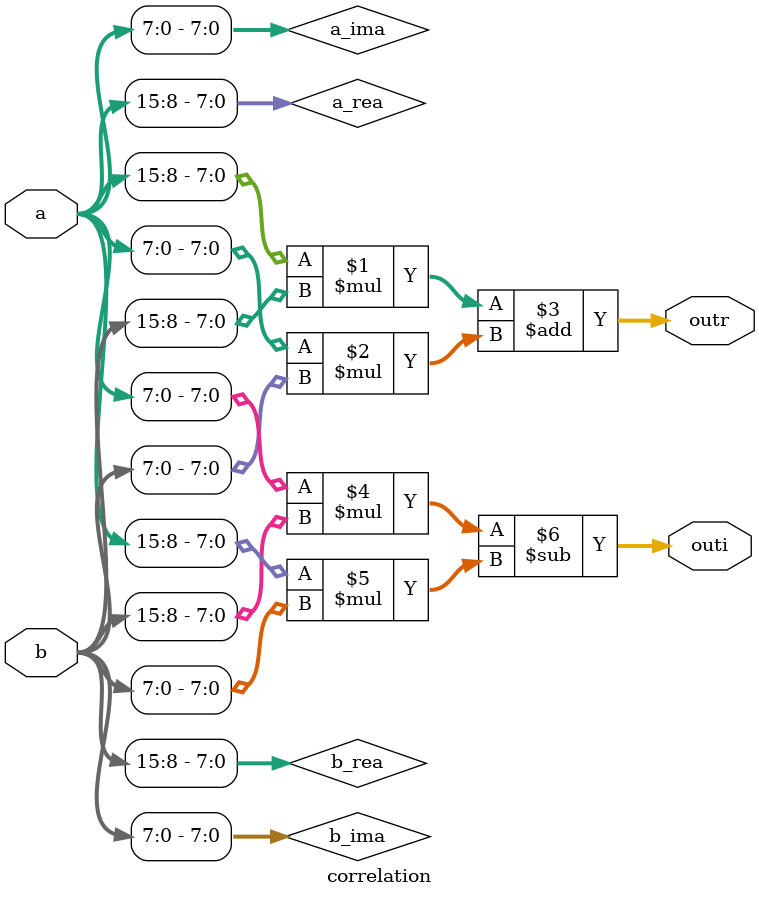
<source format=v>
module correlation(outr,outi,a,b);
    input [15:0] a, b;
    output signed [17:0] outr, outi;
    wire signed [7:0] a_rea, a_ima, b_rea, b_ima;
    assign a_rea = a[15:8]; assign a_ima = a[7:0];
    assign b_rea = b[15:8]; assign b_ima = b[7:0];
    assign outr = a_rea*b_rea + a_ima*b_ima;
    assign outi = a_ima*b_rea - a_rea*b_ima;
endmodule
</source>
